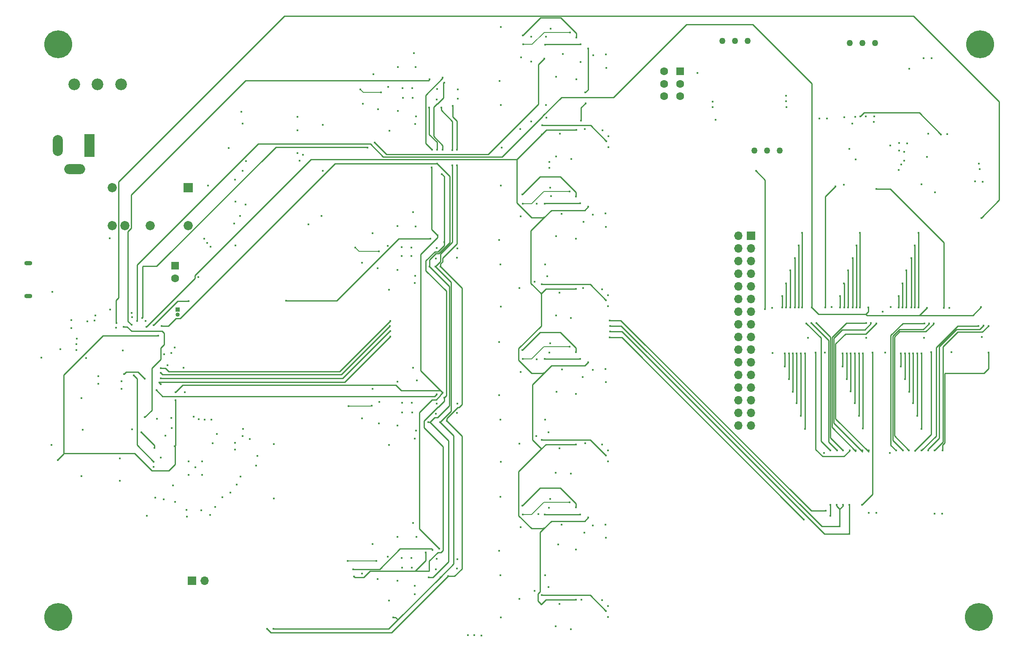
<source format=gbr>
%TF.GenerationSoftware,KiCad,Pcbnew,7.0.9*%
%TF.CreationDate,2024-03-04T14:23:29-07:00*%
%TF.ProjectId,picoAWG,7069636f-4157-4472-9e6b-696361645f70,rev?*%
%TF.SameCoordinates,Original*%
%TF.FileFunction,Copper,L4,Bot*%
%TF.FilePolarity,Positive*%
%FSLAX46Y46*%
G04 Gerber Fmt 4.6, Leading zero omitted, Abs format (unit mm)*
G04 Created by KiCad (PCBNEW 7.0.9) date 2024-03-04 14:23:29*
%MOMM*%
%LPD*%
G01*
G04 APERTURE LIST*
%TA.AperFunction,ComponentPad*%
%ADD10R,1.600000X1.600000*%
%TD*%
%TA.AperFunction,ComponentPad*%
%ADD11C,1.600000*%
%TD*%
%TA.AperFunction,ComponentPad*%
%ADD12C,5.600000*%
%TD*%
%TA.AperFunction,ComponentPad*%
%ADD13C,1.270000*%
%TD*%
%TA.AperFunction,ComponentPad*%
%ADD14C,2.350000*%
%TD*%
%TA.AperFunction,ComponentPad*%
%ADD15R,1.700000X1.700000*%
%TD*%
%TA.AperFunction,ComponentPad*%
%ADD16O,1.700000X1.700000*%
%TD*%
%TA.AperFunction,ComponentPad*%
%ADD17R,2.000000X4.600000*%
%TD*%
%TA.AperFunction,ComponentPad*%
%ADD18O,2.000000X4.200000*%
%TD*%
%TA.AperFunction,ComponentPad*%
%ADD19O,4.200000X2.000000*%
%TD*%
%TA.AperFunction,ComponentPad*%
%ADD20R,1.850000X1.850000*%
%TD*%
%TA.AperFunction,ComponentPad*%
%ADD21C,1.850000*%
%TD*%
%TA.AperFunction,ComponentPad*%
%ADD22R,0.850000X0.850000*%
%TD*%
%TA.AperFunction,ComponentPad*%
%ADD23O,0.850000X0.850000*%
%TD*%
%TA.AperFunction,ComponentPad*%
%ADD24O,1.600000X0.900000*%
%TD*%
%TA.AperFunction,ViaPad*%
%ADD25C,0.450000*%
%TD*%
%TA.AperFunction,Conductor*%
%ADD26C,0.250000*%
%TD*%
%TA.AperFunction,Conductor*%
%ADD27C,0.200000*%
%TD*%
G04 APERTURE END LIST*
D10*
%TO.P,C15,1*%
%TO.N,+5V*%
X85560000Y-78987621D03*
D11*
%TO.P,C15,2*%
%TO.N,GND*%
X85560000Y-81487621D03*
%TD*%
D12*
%TO.P,REF\u002A\u002A,1*%
%TO.N,N/C*%
X246868690Y-149536270D03*
%TD*%
D13*
%TO.P,RV2,1,1*%
%TO.N,unconnected-(RV2-Pad1)*%
X195378690Y-33836270D03*
%TO.P,RV2,2,2*%
%TO.N,/Analog/CARRIER_SIG*%
X197918690Y-33836270D03*
%TO.P,RV2,3,3*%
%TO.N,/VCCS/A+*%
X200458690Y-33836270D03*
%TD*%
D14*
%TO.P,SW3,1*%
%TO.N,Net-(D1-K)*%
X65310000Y-42550000D03*
%TO.P,SW3,2*%
%TO.N,Net-(D2-K)*%
X70010000Y-42550000D03*
%TO.P,SW3,3*%
%TO.N,GND*%
X74710000Y-42550000D03*
%TD*%
D12*
%TO.P,REF\u002A\u002A,1*%
%TO.N,N/C*%
X62118690Y-149536270D03*
%TD*%
D13*
%TO.P,RV3,1,1*%
%TO.N,unconnected-(RV3-Pad1)*%
X206898690Y-55886270D03*
%TO.P,RV3,2,2*%
%TO.N,/VCCS/C+*%
X204358690Y-55886270D03*
%TO.P,RV3,3,3*%
%TO.N,/VCCS_Iout*%
X201818690Y-55886270D03*
%TD*%
D15*
%TO.P,J5,1,Pin_1*%
%TO.N,Net-(J5-Pin_1)*%
X88985000Y-142190000D03*
D16*
%TO.P,J5,2,Pin_2*%
%TO.N,Net-(J5-Pin_2)*%
X91525000Y-142190000D03*
%TD*%
D13*
%TO.P,RV1,1,1*%
%TO.N,unconnected-(RV1-Pad1)*%
X226065000Y-34226401D03*
%TO.P,RV1,2,2*%
%TO.N,Net-(U21-1_RG)*%
X223525000Y-34226401D03*
%TO.P,RV1,3,3*%
%TO.N,Net-(U21-2_RG)*%
X220985000Y-34226401D03*
%TD*%
D10*
%TO.P,SW4,1,C*%
%TO.N,/Analog/CARRIER_SIG*%
X186900000Y-39942500D03*
D11*
%TO.P,SW4,2,B*%
%TO.N,/DDS 4/OUT4*%
X186900000Y-42442500D03*
%TO.P,SW4,3,A*%
%TO.N,/HDR_15*%
X186900000Y-44942500D03*
%TO.P,SW4,4*%
%TO.N,N/C*%
X183700000Y-39942500D03*
%TO.P,SW4,5*%
X183700000Y-42442500D03*
%TO.P,SW4,6*%
X183700000Y-44942500D03*
%TD*%
D17*
%TO.P,J4,1*%
%TO.N,Net-(F1-Pad1)*%
X68350000Y-54800000D03*
D18*
%TO.P,J4,2*%
%TO.N,GND*%
X62050000Y-54800000D03*
D19*
%TO.P,J4,3*%
X65450000Y-59600000D03*
%TD*%
D12*
%TO.P,REF\u002A\u002A,1*%
%TO.N,N/C*%
X247118690Y-34536270D03*
%TD*%
D20*
%TO.P,PS1,1,-Vin*%
%TO.N,GND*%
X88218690Y-63316270D03*
D21*
%TO.P,PS1,2,NC*%
%TO.N,unconnected-(PS1-NC-Pad2)*%
X72978690Y-63316270D03*
%TO.P,PS1,3,+Vin*%
%TO.N,Net-(PS1-+Vin)*%
X88218690Y-70936270D03*
%TO.P,PS1,4,-Vout*%
%TO.N,VSS*%
X80598690Y-70936270D03*
%TO.P,PS1,5,+Vout*%
%TO.N,VCC*%
X75518690Y-70936270D03*
%TO.P,PS1,6,0V*%
%TO.N,GND*%
X72978690Y-70936270D03*
%TD*%
D12*
%TO.P,REF\u002A\u002A,1*%
%TO.N,N/C*%
X62118690Y-34536270D03*
%TD*%
D22*
%TO.P,J1,1,Pin_1*%
%TO.N,Net-(J1-Pin_1)*%
X86100000Y-87800000D03*
D23*
%TO.P,J1,2,Pin_2*%
%TO.N,Net-(J1-Pin_2)*%
X86100000Y-88800000D03*
%TD*%
D24*
%TO.P,J2,6,Shield*%
%TO.N,GND*%
X56120000Y-78470000D03*
X56120000Y-85070000D03*
%TD*%
D15*
%TO.P,J3,1,Pin_1*%
%TO.N,GND*%
X201118690Y-72966270D03*
D16*
%TO.P,J3,2,Pin_2*%
%TO.N,/HDR_15*%
X198578690Y-72966270D03*
%TO.P,J3,3,Pin_3*%
%TO.N,GND*%
X201118690Y-75506270D03*
%TO.P,J3,4,Pin_4*%
%TO.N,/HDR_14*%
X198578690Y-75506270D03*
%TO.P,J3,5,Pin_5*%
%TO.N,GND*%
X201118690Y-78046270D03*
%TO.P,J3,6,Pin_6*%
%TO.N,/HDR_13*%
X198578690Y-78046270D03*
%TO.P,J3,7,Pin_7*%
%TO.N,GND*%
X201118690Y-80586270D03*
%TO.P,J3,8,Pin_8*%
%TO.N,/HDR_12*%
X198578690Y-80586270D03*
%TO.P,J3,9,Pin_9*%
%TO.N,GND*%
X201118690Y-83126270D03*
%TO.P,J3,10,Pin_10*%
%TO.N,/HDR_11*%
X198578690Y-83126270D03*
%TO.P,J3,11,Pin_11*%
%TO.N,GND*%
X201118690Y-85666270D03*
%TO.P,J3,12,Pin_12*%
%TO.N,/HDR_10*%
X198578690Y-85666270D03*
%TO.P,J3,13,Pin_13*%
%TO.N,GND*%
X201118690Y-88206270D03*
%TO.P,J3,14,Pin_14*%
%TO.N,/HDR_9*%
X198578690Y-88206270D03*
%TO.P,J3,15,Pin_15*%
%TO.N,GND*%
X201118690Y-90746270D03*
%TO.P,J3,16,Pin_16*%
%TO.N,/HDR_8*%
X198578690Y-90746270D03*
%TO.P,J3,17,Pin_17*%
%TO.N,GND*%
X201118690Y-93286270D03*
%TO.P,J3,18,Pin_18*%
%TO.N,/HDR_7*%
X198578690Y-93286270D03*
%TO.P,J3,19,Pin_19*%
%TO.N,GND*%
X201118690Y-95826270D03*
%TO.P,J3,20,Pin_20*%
%TO.N,/HDR_6*%
X198578690Y-95826270D03*
%TO.P,J3,21,Pin_21*%
%TO.N,GND*%
X201118690Y-98366270D03*
%TO.P,J3,22,Pin_22*%
%TO.N,/HDR_5*%
X198578690Y-98366270D03*
%TO.P,J3,23,Pin_23*%
%TO.N,GND*%
X201118690Y-100906270D03*
%TO.P,J3,24,Pin_24*%
%TO.N,/HDR_4*%
X198578690Y-100906270D03*
%TO.P,J3,25,Pin_25*%
%TO.N,GND*%
X201118690Y-103446270D03*
%TO.P,J3,26,Pin_26*%
%TO.N,/HDR_3*%
X198578690Y-103446270D03*
%TO.P,J3,27,Pin_27*%
%TO.N,GND*%
X201118690Y-105986270D03*
%TO.P,J3,28,Pin_28*%
%TO.N,/HDR_2*%
X198578690Y-105986270D03*
%TO.P,J3,29,Pin_29*%
%TO.N,GND*%
X201118690Y-108526270D03*
%TO.P,J3,30,Pin_30*%
%TO.N,/HDR_1*%
X198578690Y-108526270D03*
%TO.P,J3,31,Pin_31*%
%TO.N,GND*%
X201118690Y-111066270D03*
%TO.P,J3,32,Pin_32*%
%TO.N,/HDR_0*%
X198578690Y-111066270D03*
%TD*%
D25*
%TO.N,VSS*%
X230850000Y-55840000D03*
X231300000Y-58650000D03*
%TO.N,GND*%
X229030000Y-54810000D03*
X219770000Y-62680000D03*
%TO.N,VSS*%
X235300000Y-62650000D03*
%TO.N,VCC*%
X247020000Y-59540000D03*
%TO.N,GND*%
X83628719Y-113066321D03*
X169455000Y-36748730D03*
X171250000Y-83687460D03*
X172450000Y-147300000D03*
X133350000Y-99443730D03*
X171250000Y-146100000D03*
X239470000Y-128720000D03*
X126180000Y-79497460D03*
X126285000Y-47558730D03*
X162700000Y-115650000D03*
X81611310Y-125533730D03*
X171355000Y-51748730D03*
X236700000Y-52500000D03*
X87861310Y-127983730D03*
X137920000Y-77517460D03*
X159850000Y-141100000D03*
X66741310Y-121203730D03*
X60897500Y-84217500D03*
X171972500Y-71168730D03*
X91511310Y-109833730D03*
X128555000Y-51833730D03*
X137920000Y-108723730D03*
X91000000Y-118250000D03*
X142150000Y-108543730D03*
X208118690Y-44886270D03*
X163350000Y-36450000D03*
X154680599Y-145876270D03*
X190418690Y-40286270D03*
X172555000Y-52948730D03*
X169350000Y-68687460D03*
X65791310Y-94753730D03*
X130150000Y-102243730D03*
X150818690Y-125386270D03*
X171902500Y-130911270D03*
X91000000Y-121000000D03*
X172400000Y-118293730D03*
X194050000Y-49700000D03*
X154973690Y-37135000D03*
X105341310Y-114803730D03*
X96641310Y-124553730D03*
X172400000Y-149500000D03*
X150925000Y-31050000D03*
X235880000Y-93404500D03*
X160818230Y-125756770D03*
X130200000Y-111043730D03*
X128200000Y-74997460D03*
X150950000Y-149571270D03*
X171972500Y-133581270D03*
X159955000Y-46748730D03*
X133250000Y-45300000D03*
X169350000Y-131100000D03*
X231850000Y-56150000D03*
X230850000Y-54350000D03*
X133150000Y-43350000D03*
X236410000Y-57117500D03*
X154868690Y-131486270D03*
X238057500Y-64215000D03*
X171250000Y-114893730D03*
X227580000Y-88220000D03*
X133150000Y-108450000D03*
X154868690Y-69073730D03*
X133350000Y-130650000D03*
X150705000Y-41848730D03*
X88250000Y-118250000D03*
X99700000Y-66650000D03*
X79861310Y-129183730D03*
X150950000Y-87158730D03*
X165980599Y-73525588D03*
X154868690Y-100280000D03*
X92150000Y-62900000D03*
X166085599Y-41586858D03*
X163200000Y-99768230D03*
X75050000Y-95950000D03*
X125325000Y-40528730D03*
X133455000Y-36298730D03*
X133775000Y-50530000D03*
X172450000Y-116093730D03*
X96350000Y-55350000D03*
X105361310Y-125683730D03*
X212600000Y-93404500D03*
X160818230Y-94550500D03*
X137920000Y-139930000D03*
X99161310Y-111733730D03*
X128450000Y-146185000D03*
X154680599Y-83463730D03*
X162700000Y-146850000D03*
X142150000Y-139750000D03*
X214810000Y-49390000D03*
X229020000Y-116600000D03*
X130150000Y-71037460D03*
X84029011Y-98928230D03*
X142200000Y-75487460D03*
X92561310Y-129033730D03*
X88250000Y-121000000D03*
X89311310Y-109283730D03*
X133050000Y-106500000D03*
X130200000Y-142250000D03*
X150570000Y-94330000D03*
X97591310Y-114503730D03*
X163150000Y-130974500D03*
X101841310Y-119103730D03*
X133000000Y-137650000D03*
X150910000Y-62920000D03*
X81261310Y-119383730D03*
X87241310Y-99453730D03*
X90251310Y-81213730D03*
X172077500Y-39230000D03*
X123205000Y-46448730D03*
X232900000Y-39400000D03*
X172400000Y-87087460D03*
X150600000Y-73787460D03*
X85441310Y-95403730D03*
X142305000Y-43548730D03*
X76900000Y-111850000D03*
X171972500Y-102375000D03*
X171902500Y-99705000D03*
X163150001Y-68561960D03*
X165085599Y-57567460D03*
X162700000Y-84400000D03*
X247460000Y-93310000D03*
X164980599Y-89506190D03*
X142255000Y-45398730D03*
X92811310Y-109833730D03*
X99800000Y-57950000D03*
X240500000Y-52550000D03*
X131050000Y-75250000D03*
X74511310Y-117683730D03*
X138025000Y-45578730D03*
X128200000Y-137410000D03*
X126570000Y-106323730D03*
X133000000Y-75300000D03*
X150955000Y-46748730D03*
X131050000Y-137600000D03*
X231850000Y-57850000D03*
X90811310Y-128083730D03*
X154785599Y-51525000D03*
X133670000Y-144881270D03*
X72400000Y-73450000D03*
X165980599Y-135938128D03*
X160923230Y-31405500D03*
X69541310Y-88953730D03*
X84779011Y-96491431D03*
X154680599Y-114670000D03*
X131100000Y-106450000D03*
X100550000Y-113800000D03*
X142200000Y-137900000D03*
X169350000Y-99893730D03*
X150850000Y-78687460D03*
X160818230Y-63344230D03*
X85111310Y-123083730D03*
X164980599Y-151918730D03*
X115200000Y-50650000D03*
X215810000Y-116550000D03*
X150950000Y-118365000D03*
X114950000Y-69000000D03*
X65791310Y-95903730D03*
X230730000Y-59780000D03*
X142150000Y-77337460D03*
X74850000Y-103678730D03*
X237375000Y-37325000D03*
X64741310Y-89903730D03*
X123100000Y-140800000D03*
X222025000Y-49076401D03*
X133350000Y-68237460D03*
X58691310Y-97403730D03*
X246050000Y-62050000D03*
X67991310Y-90103730D03*
X246820000Y-58470000D03*
X226250000Y-128620000D03*
X142200000Y-106693730D03*
X74461310Y-122183730D03*
X224230000Y-93404500D03*
X159850000Y-109893730D03*
X125220000Y-72467460D03*
X84841310Y-109503730D03*
X131200000Y-43300000D03*
X123100000Y-109593730D03*
X97561310Y-115903730D03*
X125220000Y-134880000D03*
X220880000Y-55480000D03*
X221460000Y-50420000D03*
X165980599Y-104731858D03*
X97700000Y-66100000D03*
X133670000Y-113675000D03*
X128305000Y-43058730D03*
X133670000Y-82468730D03*
X76841310Y-88408730D03*
X126180000Y-141910000D03*
X164980599Y-120712460D03*
X150850000Y-109893730D03*
X150600000Y-136200000D03*
X98850000Y-48100000D03*
X81961310Y-109733730D03*
X131150000Y-108400000D03*
X133100000Y-139600000D03*
X131100000Y-139550000D03*
X172505000Y-55148730D03*
X70191310Y-102678730D03*
X72491310Y-87803730D03*
X150600000Y-104993730D03*
X128450000Y-114978730D03*
X162800000Y-52500000D03*
X171902500Y-68498730D03*
X225825000Y-49026401D03*
X130150000Y-133450000D03*
X131000000Y-77000000D03*
X131250000Y-45250000D03*
X130200000Y-79837460D03*
X66741310Y-105553730D03*
X128450000Y-83772460D03*
X87911310Y-129383730D03*
X159850000Y-78687460D03*
X150850000Y-141100000D03*
X89660000Y-119440000D03*
X133000000Y-77000000D03*
X123100000Y-78387460D03*
X99111310Y-113133730D03*
X87485000Y-104397420D03*
X97700000Y-74900000D03*
X126470000Y-110673730D03*
X66991310Y-111903730D03*
X90261310Y-109783730D03*
X97911310Y-122883730D03*
X172007500Y-36560000D03*
X151055000Y-55220000D03*
X130255000Y-39098730D03*
X172450000Y-84887460D03*
X115200000Y-59900000D03*
X130305000Y-47898730D03*
X125220000Y-103673730D03*
%TO.N,+1V1*%
X60741310Y-114973730D03*
X79667219Y-90052460D03*
X67708859Y-97496681D03*
X64740810Y-91483730D03*
%TO.N,+3.3V*%
X247650000Y-62100000D03*
X138020000Y-106623730D03*
X224720000Y-128610000D03*
X83391310Y-96729230D03*
X74850000Y-102128730D03*
X76941310Y-89303730D03*
X160700000Y-58150000D03*
X237920000Y-128710000D03*
X146990000Y-153180000D03*
X73691310Y-91453730D03*
X138020000Y-75417460D03*
X138020000Y-137830000D03*
X144310000Y-153150000D03*
X99150000Y-59950000D03*
X145600000Y-153140000D03*
X65841310Y-93603730D03*
X62541310Y-95753730D03*
X110100000Y-56400000D03*
X69391310Y-90003730D03*
X70191310Y-101128730D03*
X160700000Y-59350000D03*
X111250000Y-56700000D03*
X110500000Y-57850000D03*
X138125000Y-43478730D03*
%TO.N,+5V*%
X97450000Y-70500000D03*
X99100000Y-50400000D03*
X92000000Y-74400000D03*
X91400000Y-73550000D03*
X92700000Y-75200000D03*
X97600000Y-61700000D03*
X110100000Y-49100000D03*
X110100000Y-51800000D03*
%TO.N,+3.3VA*%
X112275000Y-70675000D03*
X134060000Y-101980000D03*
X102087500Y-117187500D03*
X82650000Y-117525000D03*
X93925000Y-112725000D03*
X133775000Y-80969230D03*
X84925000Y-111600000D03*
X83303800Y-125878800D03*
X133825000Y-71075000D03*
X98600000Y-68950000D03*
X93135810Y-114607996D03*
X93600000Y-127375000D03*
X133903810Y-48993730D03*
X133625000Y-143200000D03*
X133975000Y-133425000D03*
X98700000Y-121300000D03*
X133853810Y-39118730D03*
X95025000Y-125454500D03*
X85550000Y-126350000D03*
X133875000Y-112075000D03*
%TO.N,VCC*%
X167650000Y-132550000D03*
X157000000Y-38000000D03*
X241310000Y-96360000D03*
X167400000Y-83443230D03*
X228020000Y-96410000D03*
X167750000Y-51504500D03*
X157700000Y-82200000D03*
X158450000Y-128850000D03*
X158000000Y-113200000D03*
X167850000Y-114650000D03*
X205450000Y-96466770D03*
X232475000Y-54375000D03*
X157000000Y-33000000D03*
X157700000Y-144250000D03*
X167100000Y-146000000D03*
X215920000Y-96400000D03*
X166950000Y-38050000D03*
X158150000Y-66500000D03*
X167500000Y-70150000D03*
X158150000Y-97750000D03*
X157000000Y-50000000D03*
X224125000Y-48976401D03*
X193450000Y-46000000D03*
X216340000Y-49420000D03*
X167350000Y-101350000D03*
X225730000Y-50076401D03*
X193400000Y-47150000D03*
%TO.N,VSS*%
X235800000Y-37350000D03*
X162450000Y-134950000D03*
X229165500Y-87300000D03*
X162000000Y-73000000D03*
X160250000Y-81050000D03*
X208250000Y-47150000D03*
X219875000Y-49126401D03*
X161000000Y-65000000D03*
X160650000Y-96400000D03*
X160450000Y-112400000D03*
X161950000Y-120500000D03*
X240950000Y-87450000D03*
X205400000Y-87400000D03*
X160000000Y-33000000D03*
X162000000Y-57050000D03*
X217300000Y-87300000D03*
X162000000Y-89000000D03*
X160050000Y-49250000D03*
X222160000Y-57660000D03*
X162000000Y-41000000D03*
X160450000Y-143525500D03*
X231300000Y-58650000D03*
X160600000Y-127600000D03*
X161950000Y-151350000D03*
X208200000Y-45950000D03*
X162100000Y-104300000D03*
%TO.N,/DDS 1/AMP_IN_3N*%
X164737500Y-126456270D03*
X155287500Y-128906270D03*
%TO.N,/DDS 1/FB3*%
X165987500Y-127506270D03*
X155237500Y-127106270D03*
%TO.N,/HDR_0*%
X211965001Y-111700600D03*
X223605001Y-111690600D03*
X235300000Y-96550000D03*
X235300000Y-111700000D03*
X223605001Y-96540600D03*
X211965001Y-96550600D03*
%TO.N,/HDR_1*%
X234500000Y-96550000D03*
X211165001Y-109150600D03*
X211165001Y-96550600D03*
X234500000Y-109150000D03*
X222805001Y-109140600D03*
X222805001Y-96540600D03*
%TO.N,/HDR_2*%
X233650000Y-96550000D03*
X210315001Y-96550600D03*
X233650000Y-106600000D03*
X210315001Y-106600600D03*
X221955001Y-96540600D03*
X221955001Y-106590600D03*
%TO.N,/HDR_3*%
X221155001Y-104240600D03*
X209515001Y-96550600D03*
X232850000Y-104250000D03*
X232850000Y-96550000D03*
X209515001Y-104250600D03*
X221155001Y-96540600D03*
%TO.N,/DDS 2/AMP_IN_3N*%
X164737500Y-95250000D03*
X155287500Y-97700000D03*
%TO.N,/DDS 2/FB3*%
X165987500Y-96300000D03*
X155237500Y-95900000D03*
%TO.N,/HDR_4*%
X220355001Y-101740600D03*
X232050000Y-96550000D03*
X220355001Y-96540600D03*
X232050000Y-101750000D03*
X208715001Y-101750600D03*
X208715001Y-96550600D03*
%TO.N,/HDR_5*%
X231200000Y-96550000D03*
X207865001Y-96550600D03*
X219505001Y-99190600D03*
X231200000Y-99200000D03*
X207865001Y-99200600D03*
X219505001Y-96540600D03*
%TO.N,/DDS 3/AMP_IN_3N*%
X164737500Y-64043730D03*
X155287500Y-66493730D03*
%TO.N,/DDS 3/FB3*%
X155237500Y-64693730D03*
X165987500Y-65093730D03*
%TO.N,/HDR_10*%
X219019999Y-85039400D03*
X207375000Y-85050000D03*
X219019999Y-87314400D03*
X230729999Y-87314400D03*
X207375000Y-87325000D03*
X230729999Y-85039400D03*
%TO.N,/HDR_11*%
X231504999Y-82489400D03*
X208175000Y-87325000D03*
X219794999Y-82489400D03*
X231529999Y-87314400D03*
X219819999Y-87314400D03*
X208150000Y-82500000D03*
%TO.N,/DDS 4/AMP_IN_3N*%
X164842500Y-32105000D03*
X155392500Y-34555000D03*
%TO.N,/DDS 4/FB3*%
X155342500Y-32755000D03*
X166092500Y-33155000D03*
%TO.N,/HDR_12*%
X208970000Y-79930000D03*
X208970000Y-87330000D03*
X220614999Y-79919400D03*
X232324999Y-87319400D03*
X232324999Y-79919400D03*
X220614999Y-87319400D03*
%TO.N,/HDR_13*%
X221574999Y-77409400D03*
X233284999Y-87319400D03*
X209930000Y-87330000D03*
X221574999Y-87319400D03*
X233284999Y-77409400D03*
X209930000Y-77420000D03*
%TO.N,/HDR_14*%
X210660000Y-74900000D03*
X210660000Y-87330000D03*
X234014999Y-87319400D03*
X222304999Y-87319400D03*
X222304999Y-74889400D03*
X234014999Y-74889400D03*
%TO.N,/HDR_15*%
X211360000Y-87330000D03*
X234714999Y-87319400D03*
X223004999Y-72359400D03*
X211360000Y-72370000D03*
X223004999Y-87319400D03*
X234714999Y-72359400D03*
%TO.N,/Analog/SENSE_IN_1*%
X218030000Y-63013599D03*
X216000000Y-87350000D03*
%TO.N,/Analog/SENSE_IN_2*%
X226260000Y-63580000D03*
X239850000Y-87400000D03*
%TO.N,/CLK_0P*%
X122700000Y-43550000D03*
X126900000Y-44150000D03*
%TO.N,/CLK_1P*%
X120400000Y-107150000D03*
X125050000Y-107049500D03*
%TO.N,/CLK_3P*%
X121750000Y-75350000D03*
X126450000Y-76099500D03*
%TO.N,/uC_CLKOUT*%
X75250000Y-91250000D03*
X79500000Y-109400000D03*
%TO.N,/CLK_2P*%
X125950000Y-138249500D03*
X120200000Y-138250000D03*
%TO.N,/~{RESET}*%
X139250000Y-104450000D03*
X138600000Y-135800000D03*
X137100000Y-55700000D03*
X139250000Y-41198230D03*
X137050000Y-59250000D03*
X82150000Y-93025500D03*
X62000000Y-118000000D03*
X85500000Y-115200000D03*
X85650000Y-104350000D03*
X138250000Y-72900000D03*
X85650000Y-105950000D03*
%TO.N,Net-(U7-OUT1)*%
X172012500Y-148311270D03*
X159122500Y-145131270D03*
%TO.N,Net-(U8-OUT2)*%
X159712500Y-128921270D03*
X166832500Y-128891270D03*
%TO.N,Net-(U10-OUT1)*%
X159122500Y-113925000D03*
X172012500Y-117105000D03*
%TO.N,Net-(U11-OUT2)*%
X166832500Y-97685000D03*
X159712500Y-97715000D03*
%TO.N,Net-(U13-OUT1)*%
X172012500Y-85898730D03*
X159122500Y-82718730D03*
%TO.N,Net-(U14-OUT2)*%
X159712500Y-66508730D03*
X166832500Y-66478730D03*
%TO.N,Net-(U16-OUT1)*%
X159227500Y-50780000D03*
X172117500Y-53960000D03*
%TO.N,Net-(U17-OUT2)*%
X159817500Y-34570000D03*
X166937500Y-34540000D03*
%TO.N,/VCCS_Iout*%
X203930000Y-87690000D03*
X202120000Y-59960000D03*
%TO.N,/SPI0_RX*%
X139100000Y-60600000D03*
X135859434Y-136533934D03*
X139575500Y-105450000D03*
X139550000Y-74200000D03*
X139600000Y-42200000D03*
X139250000Y-55700000D03*
X121500000Y-141400000D03*
%TO.N,/~{DDS1_CS}*%
X121300000Y-139900000D03*
X137250000Y-136050000D03*
%TO.N,/SPI0_SCLK*%
X138950000Y-47205500D03*
X138750000Y-110350500D03*
X141200000Y-58850000D03*
X129300000Y-149550000D03*
X105300000Y-151900000D03*
X141200000Y-55750000D03*
X138800000Y-141500000D03*
X137790184Y-79144230D03*
%TO.N,/SPI0_TX*%
X140050000Y-110150000D03*
X140350000Y-141300000D03*
X142150000Y-58850000D03*
X104000000Y-151850000D03*
X138850000Y-79144230D03*
X141300000Y-46900000D03*
X142150000Y-55700000D03*
%TO.N,/~{DDS2_CS}*%
X75335500Y-100700000D03*
X81800000Y-103950000D03*
X138050000Y-104750000D03*
X79500000Y-101650000D03*
%TO.N,/~{CLK_CS}*%
X81261810Y-118300000D03*
X77275500Y-101000000D03*
%TO.N,/SPI1_TX*%
X81409786Y-115574500D03*
X78800000Y-112400000D03*
%TO.N,/~{SR_CLR}*%
X217050000Y-129150000D03*
X172800000Y-93400000D03*
X82700000Y-102750000D03*
X217050000Y-126950000D03*
X128750000Y-93150000D03*
X211750000Y-129950000D03*
%TO.N,/~{SR_OE}*%
X82700000Y-101600000D03*
X220900000Y-132850000D03*
X220900000Y-127000000D03*
X128724598Y-92100000D03*
X172850000Y-92200000D03*
%TO.N,/SR_CLK*%
X172850000Y-91050000D03*
X82700000Y-100500000D03*
X219600000Y-127000000D03*
X128687299Y-91087299D03*
X218950000Y-131324500D03*
X218350000Y-126950000D03*
%TO.N,/SR_SER*%
X216100000Y-128150000D03*
X82700000Y-99550000D03*
X128700000Y-90050000D03*
X172800000Y-89950000D03*
%TO.N,/~{DDS_SYNC}*%
X136400000Y-110350500D03*
X136600000Y-79144230D03*
X136550000Y-47205500D03*
X136450000Y-141556770D03*
X138150000Y-55700000D03*
X138150000Y-58500000D03*
X82850000Y-91050000D03*
%TO.N,/~{DDS3_CS}*%
X136750000Y-73550000D03*
X88290000Y-86080000D03*
X81250000Y-90930000D03*
X107820000Y-86010000D03*
%TO.N,/~{AMP_PD}*%
X166000000Y-114843730D03*
X168450000Y-35350000D03*
X159050000Y-115743730D03*
X168450000Y-67137460D03*
X167900000Y-44200000D03*
X159050000Y-146950000D03*
X159550000Y-69337460D03*
X167950000Y-46350000D03*
X168450000Y-129550000D03*
X167050000Y-49850000D03*
X159155000Y-52598730D03*
X159550000Y-131750000D03*
X166000000Y-146050000D03*
X166000000Y-83637460D03*
X166105000Y-51698730D03*
X159550000Y-100543730D03*
X79812251Y-91212349D03*
X168450000Y-98343730D03*
X159050000Y-84537460D03*
%TO.N,/~{EIT_PD}*%
X78950000Y-89450000D03*
X124200000Y-55224500D03*
X159655000Y-37398730D03*
X125650000Y-54250000D03*
%TO.N,/MUX_EN*%
X247300000Y-87300000D03*
X236450000Y-87400000D03*
X213350000Y-87350000D03*
X77900000Y-90050000D03*
X224650000Y-87350000D03*
%TO.N,/~{DDS4_CS}*%
X136650000Y-41574500D03*
X76850000Y-90850000D03*
%TO.N,/~{AN_CS}*%
X73756089Y-90493911D03*
X247350000Y-69400000D03*
%TO.N,Net-(U21-OUT)*%
X223100000Y-49000000D03*
X239250000Y-52600000D03*
%TO.N,/Mux Control/CTRL_1*%
X218410000Y-116070000D03*
X213266975Y-90507877D03*
%TO.N,/Mux Control/CTRL_2*%
X219620000Y-116070000D03*
X214296848Y-90513152D03*
%TO.N,/Mux Control/CTRL_3*%
X220930000Y-116070000D03*
X214090000Y-96390000D03*
%TO.N,/Mux Control/CTRL_4*%
X222160000Y-116070000D03*
X224240000Y-90490000D03*
%TO.N,/Mux Control/CTRL_5*%
X225190000Y-90490000D03*
X223450000Y-116070000D03*
%TO.N,/Mux Control/CTRL_6*%
X226300000Y-90525500D03*
X224720000Y-116070000D03*
%TO.N,/Mux Control/CTRL_7*%
X225550000Y-96380000D03*
X223430000Y-126980000D03*
%TO.N,/Mux Control/CTRL_0*%
X212260000Y-90525500D03*
X217030000Y-116070000D03*
%TO.N,/Mux Control/CTRL_9*%
X236850000Y-90525500D03*
X231625000Y-116070000D03*
%TO.N,/Mux Control/CTRL_10*%
X232835000Y-116070000D03*
X237770000Y-90525500D03*
%TO.N,/Mux Control/CTRL_11*%
X237250000Y-96300000D03*
X234050000Y-116100000D03*
%TO.N,/Mux Control/CTRL_12*%
X235375000Y-116070000D03*
X246750000Y-91060000D03*
%TO.N,/Mux Control/CTRL_13*%
X236665000Y-116070000D03*
X247817299Y-91017299D03*
%TO.N,/Mux Control/CTRL_14*%
X248780000Y-91050000D03*
X237935000Y-116070000D03*
%TO.N,/Mux Control/CTRL_15*%
X239550000Y-116090000D03*
X248840000Y-96410000D03*
%TO.N,/Mux Control/CTRL_8*%
X235910000Y-90525500D03*
X230245000Y-116070000D03*
%TD*%
D26*
%TO.N,/Analog/SENSE_IN_2*%
X229080000Y-63580000D02*
X239850000Y-74350000D01*
X239850000Y-74350000D02*
X239850000Y-87400000D01*
X226260000Y-63580000D02*
X229080000Y-63580000D01*
%TO.N,/Analog/SENSE_IN_1*%
X216000000Y-65043599D02*
X216330000Y-64713599D01*
X216000000Y-87350000D02*
X216000000Y-65043599D01*
D27*
%TO.N,/DDS 1/AMP_IN_3N*%
X157087500Y-128906270D02*
X159537500Y-126456270D01*
X155287500Y-128906270D02*
X157087500Y-128906270D01*
X159537500Y-126456270D02*
X164737500Y-126456270D01*
D26*
%TO.N,/DDS 1/FB3*%
X155237500Y-127106270D02*
X158787500Y-123556270D01*
X165987500Y-126680965D02*
X165987500Y-127506270D01*
X158787500Y-123556270D02*
X162862805Y-123556270D01*
X162862805Y-123556270D02*
X165987500Y-126680965D01*
%TO.N,/HDR_0*%
X235300000Y-96550000D02*
X235300000Y-111700000D01*
X223605001Y-96540600D02*
X223605001Y-111690600D01*
X211965001Y-96550600D02*
X211965001Y-111700600D01*
%TO.N,/HDR_1*%
X222805001Y-96540600D02*
X222805001Y-109140600D01*
X234500000Y-96550000D02*
X234500000Y-109150000D01*
X211165001Y-96550600D02*
X211165001Y-109150600D01*
%TO.N,/HDR_2*%
X233650000Y-96550000D02*
X233650000Y-106600000D01*
X210315001Y-96550600D02*
X210315001Y-106600600D01*
X221955001Y-96540600D02*
X221955001Y-106590600D01*
%TO.N,/HDR_3*%
X221155001Y-96540600D02*
X221155001Y-104240600D01*
X209515001Y-96550600D02*
X209515001Y-104250600D01*
X232850000Y-96550000D02*
X232850000Y-104250000D01*
D27*
%TO.N,/DDS 2/AMP_IN_3N*%
X159537500Y-95250000D02*
X164737500Y-95250000D01*
X157087500Y-97700000D02*
X159537500Y-95250000D01*
X155287500Y-97700000D02*
X157087500Y-97700000D01*
D26*
%TO.N,/DDS 2/FB3*%
X158787500Y-92350000D02*
X162862805Y-92350000D01*
X155237500Y-95900000D02*
X158787500Y-92350000D01*
X165987500Y-95474695D02*
X165987500Y-96300000D01*
X162862805Y-92350000D02*
X165987500Y-95474695D01*
%TO.N,/HDR_4*%
X208715001Y-96550600D02*
X208715001Y-101750600D01*
X220355001Y-96540600D02*
X220355001Y-101740600D01*
X232050000Y-96550000D02*
X232050000Y-101750000D01*
%TO.N,/HDR_5*%
X231200000Y-96550000D02*
X231200000Y-99200000D01*
X219505001Y-96540600D02*
X219505001Y-99190600D01*
X207865001Y-96550600D02*
X207865001Y-99200600D01*
D27*
%TO.N,/DDS 3/AMP_IN_3N*%
X157087500Y-66493730D02*
X159537500Y-64043730D01*
X159537500Y-64043730D02*
X164737500Y-64043730D01*
X155287500Y-66493730D02*
X157087500Y-66493730D01*
D26*
%TO.N,/DDS 3/FB3*%
X155237500Y-64693730D02*
X158787500Y-61143730D01*
X158787500Y-61143730D02*
X162862805Y-61143730D01*
X162862805Y-61143730D02*
X165987500Y-64268425D01*
X165987500Y-64268425D02*
X165987500Y-65093730D01*
%TO.N,/HDR_10*%
X230729999Y-87314400D02*
X230729999Y-85039400D01*
X219019999Y-87314400D02*
X219019999Y-85039400D01*
X207375000Y-87325000D02*
X207375000Y-85050000D01*
%TO.N,/HDR_11*%
X231529999Y-82514400D02*
X231504999Y-82489400D01*
X208175000Y-82525000D02*
X208150000Y-82500000D01*
X219819999Y-82514400D02*
X219794999Y-82489400D01*
X208175000Y-87325000D02*
X208175000Y-82525000D01*
X219819999Y-87314400D02*
X219819999Y-82514400D01*
X231529999Y-87314400D02*
X231529999Y-82514400D01*
D27*
%TO.N,/DDS 4/AMP_IN_3N*%
X155392500Y-34555000D02*
X157192500Y-34555000D01*
X159642500Y-32105000D02*
X164842500Y-32105000D01*
X157192500Y-34555000D02*
X159642500Y-32105000D01*
D26*
%TO.N,/DDS 4/FB3*%
X158892500Y-29205000D02*
X162967805Y-29205000D01*
X155342500Y-32755000D02*
X158892500Y-29205000D01*
X166092500Y-32329695D02*
X166092500Y-33155000D01*
X162967805Y-29205000D02*
X166092500Y-32329695D01*
%TO.N,/HDR_12*%
X220614999Y-87319400D02*
X220614999Y-79919400D01*
X232324999Y-87319400D02*
X232324999Y-79919400D01*
X208970000Y-87330000D02*
X208970000Y-79930000D01*
%TO.N,/HDR_13*%
X221574999Y-87319400D02*
X221574999Y-77409400D01*
X233284999Y-87319400D02*
X233284999Y-77409400D01*
X209930000Y-87330000D02*
X209930000Y-77420000D01*
%TO.N,/HDR_14*%
X210660000Y-87330000D02*
X210660000Y-74900000D01*
X222304999Y-87319400D02*
X222304999Y-74889400D01*
X234014999Y-87319400D02*
X234014999Y-74889400D01*
%TO.N,/HDR_15*%
X234714999Y-87319400D02*
X234714999Y-72359400D01*
X223004999Y-87319400D02*
X223004999Y-72359400D01*
X211360000Y-87330000D02*
X211360000Y-72370000D01*
%TO.N,/Analog/SENSE_IN_1*%
X216330000Y-64713599D02*
X218030000Y-63013599D01*
D27*
%TO.N,/CLK_0P*%
X126900000Y-44150000D02*
X123300000Y-44150000D01*
X123300000Y-44150000D02*
X122700000Y-43550000D01*
%TO.N,/CLK_1P*%
X120400000Y-107150000D02*
X124949500Y-107150000D01*
X124949500Y-107150000D02*
X125050000Y-107049500D01*
%TO.N,/CLK_3P*%
X126450000Y-76099500D02*
X122499500Y-76099500D01*
X122499500Y-76099500D02*
X121750000Y-75350000D01*
D26*
%TO.N,/uC_CLKOUT*%
X82666310Y-95483690D02*
X82666310Y-97754035D01*
X80900000Y-108000000D02*
X79500000Y-109400000D01*
X83350000Y-92500000D02*
X83350000Y-94800000D01*
X75950000Y-91250000D02*
X76800000Y-92100000D01*
X76800000Y-92100000D02*
X82950000Y-92100000D01*
X82950000Y-92100000D02*
X83350000Y-92500000D01*
X83350000Y-94800000D02*
X82666310Y-95483690D01*
X75250000Y-91250000D02*
X75950000Y-91250000D01*
X82666310Y-97754035D02*
X80900000Y-99520345D01*
X80900000Y-99520345D02*
X80900000Y-108000000D01*
D27*
%TO.N,/CLK_2P*%
X120200500Y-138249500D02*
X120200000Y-138250000D01*
X125950000Y-138249500D02*
X120200500Y-138249500D01*
D26*
%TO.N,/~{RESET}*%
X85530000Y-115230000D02*
X85500000Y-115200000D01*
X129829695Y-102948730D02*
X130905965Y-104025000D01*
X138850500Y-104849500D02*
X138850500Y-104974805D01*
X77400000Y-116650000D02*
X80900000Y-120150000D01*
X85530000Y-118870000D02*
X85530000Y-115230000D01*
X85650000Y-104350000D02*
X87051270Y-102948730D01*
X82150000Y-93025500D02*
X71074500Y-93025500D01*
X137150000Y-105850000D02*
X134600000Y-108400000D01*
X139250000Y-41328425D02*
X135825000Y-44753425D01*
X138825000Y-104025000D02*
X139250000Y-104450000D01*
X62000000Y-118000000D02*
X62000000Y-117900000D01*
X139250000Y-41198230D02*
X139250000Y-41328425D01*
X63200000Y-100900000D02*
X63200000Y-116700000D01*
X134850000Y-100050000D02*
X139250000Y-104450000D01*
X138250000Y-72900000D02*
X137050000Y-71700000D01*
X84250000Y-120150000D02*
X85530000Y-118870000D01*
X134600000Y-108400000D02*
X134600000Y-131800000D01*
X87051270Y-102948730D02*
X129829695Y-102948730D01*
X85650000Y-115050000D02*
X85650000Y-105950000D01*
X71074500Y-93025500D02*
X63200000Y-100900000D01*
X138250000Y-72900000D02*
X138250000Y-73311940D01*
X63250000Y-116650000D02*
X77400000Y-116650000D01*
X138250000Y-73311940D02*
X134850000Y-76711940D01*
X135825000Y-54425000D02*
X137100000Y-55700000D01*
X134850000Y-76711940D02*
X134850000Y-100050000D01*
X135825000Y-44753425D02*
X135825000Y-54425000D01*
X139250000Y-104450000D02*
X138850500Y-104849500D01*
X137975305Y-105850000D02*
X137150000Y-105850000D01*
X80900000Y-120150000D02*
X84250000Y-120150000D01*
X62000000Y-117900000D02*
X63200000Y-116700000D01*
X63200000Y-116700000D02*
X63250000Y-116650000D01*
X138850500Y-104974805D02*
X137975305Y-105850000D01*
X85500000Y-115200000D02*
X85650000Y-115050000D01*
X130905965Y-104025000D02*
X138825000Y-104025000D01*
X137050000Y-71700000D02*
X137050000Y-59250000D01*
X134600000Y-131800000D02*
X138600000Y-135800000D01*
%TO.N,Net-(U7-OUT1)*%
X168832500Y-145131270D02*
X172012500Y-148311270D01*
X159122500Y-145131270D02*
X168832500Y-145131270D01*
%TO.N,Net-(U8-OUT2)*%
X159742500Y-128891270D02*
X159712500Y-128921270D01*
X166832500Y-128891270D02*
X159742500Y-128891270D01*
%TO.N,Net-(U10-OUT1)*%
X168832500Y-113925000D02*
X172012500Y-117105000D01*
X159122500Y-113925000D02*
X168832500Y-113925000D01*
%TO.N,Net-(U11-OUT2)*%
X166832500Y-97685000D02*
X159742500Y-97685000D01*
X159742500Y-97685000D02*
X159712500Y-97715000D01*
%TO.N,Net-(U13-OUT1)*%
X168832500Y-82718730D02*
X172012500Y-85898730D01*
X159122500Y-82718730D02*
X168832500Y-82718730D01*
%TO.N,Net-(U14-OUT2)*%
X166832500Y-66478730D02*
X159742500Y-66478730D01*
X159742500Y-66478730D02*
X159712500Y-66508730D01*
%TO.N,Net-(U16-OUT1)*%
X159227500Y-50780000D02*
X168937500Y-50780000D01*
X168937500Y-50780000D02*
X172117500Y-53960000D01*
%TO.N,Net-(U17-OUT2)*%
X166937500Y-34540000D02*
X159847500Y-34540000D01*
X159847500Y-34540000D02*
X159817500Y-34570000D01*
%TO.N,/VCCS_Iout*%
X202120000Y-59960000D02*
X203930000Y-61770000D01*
X203930000Y-61770000D02*
X203930000Y-87690000D01*
%TO.N,/SPI0_RX*%
X137450000Y-47156179D02*
X137450000Y-53005026D01*
X138219500Y-46480500D02*
X138125679Y-46480500D01*
X139975000Y-105050500D02*
X139975000Y-84075000D01*
X139400000Y-45300000D02*
X138219500Y-46480500D01*
X139600000Y-42200000D02*
X139400000Y-42200000D01*
X138900305Y-136525000D02*
X139325000Y-136100305D01*
X135500000Y-110118425D02*
X138269695Y-107348730D01*
X135859434Y-136533934D02*
X135859434Y-138158218D01*
X137719695Y-76142460D02*
X138320305Y-76142460D01*
X139550000Y-74200000D02*
X139550000Y-61050000D01*
X138125679Y-46480500D02*
X137450000Y-47156179D01*
X136557043Y-138267652D02*
X138299695Y-136525000D01*
X135875000Y-77987155D02*
X137719695Y-76142460D01*
X139325000Y-136100305D02*
X139325000Y-115325000D01*
X121500000Y-141400000D02*
X121625000Y-141525000D01*
X139325000Y-115325000D02*
X135500000Y-111500000D01*
X139575500Y-106174500D02*
X139575500Y-105450000D01*
X123400305Y-141525000D02*
X124657653Y-140267652D01*
X135875000Y-79975000D02*
X135875000Y-77987155D01*
X136557043Y-140267652D02*
X136557043Y-138267652D01*
X133750000Y-140267652D02*
X136557043Y-140267652D01*
X139550000Y-74912765D02*
X139550000Y-74200000D01*
X139250000Y-54805026D02*
X139250000Y-55700000D01*
X138269695Y-107348730D02*
X138401270Y-107348730D01*
X139550000Y-61050000D02*
X139100000Y-60600000D01*
X138299695Y-136525000D02*
X138900305Y-136525000D01*
X121625000Y-141525000D02*
X123400305Y-141525000D01*
X137450000Y-53005026D02*
X139250000Y-54805026D01*
X139575500Y-105450000D02*
X139975000Y-105050500D01*
X135500000Y-111500000D02*
X135500000Y-110118425D01*
X139975000Y-84075000D02*
X135875000Y-79975000D01*
X138320305Y-76142460D02*
X139550000Y-74912765D01*
X135859434Y-138158218D02*
X133750000Y-140267652D01*
X138401270Y-107348730D02*
X139575500Y-106174500D01*
X139400000Y-42200000D02*
X139400000Y-45300000D01*
X124657653Y-140267652D02*
X133750000Y-140267652D01*
%TO.N,/~{DDS1_CS}*%
X126590000Y-139900000D02*
X121300000Y-139900000D01*
X137000000Y-135800000D02*
X130690000Y-135800000D01*
X130690000Y-135800000D02*
X126590000Y-139900000D01*
X137250000Y-136050000D02*
X137000000Y-135800000D01*
%TO.N,/SPI0_SCLK*%
X138750000Y-110350500D02*
X140950000Y-108150500D01*
X130275000Y-150025000D02*
X129800000Y-149550000D01*
X141475000Y-138825000D02*
X141475000Y-113075500D01*
X141200000Y-74252713D02*
X141200000Y-58850000D01*
X141200000Y-49979516D02*
X141200000Y-55750000D01*
X138800000Y-141500000D02*
X141475000Y-138825000D01*
X141475000Y-113075500D02*
X138750000Y-110350500D01*
X137790184Y-79144230D02*
X138850000Y-78084414D01*
X138850000Y-76602713D02*
X141200000Y-74252713D01*
X130275000Y-150025000D02*
X138800000Y-141500000D01*
X138950000Y-47205500D02*
X138950000Y-47729516D01*
X140950000Y-82304046D02*
X137790184Y-79144230D01*
X128400000Y-151900000D02*
X130275000Y-150025000D01*
X129800000Y-149550000D02*
X129300000Y-149550000D01*
X138950000Y-47729516D02*
X141200000Y-49979516D01*
X138850000Y-78084414D02*
X138850000Y-76602713D01*
X140950000Y-108150500D02*
X140950000Y-82304046D01*
X105300000Y-151900000D02*
X128400000Y-151900000D01*
%TO.N,/SPI0_TX*%
X143100000Y-113200000D02*
X140050000Y-110150000D01*
X143150000Y-106800000D02*
X143150000Y-83444230D01*
X143150000Y-83444230D02*
X138850000Y-79144230D01*
X140050000Y-110150000D02*
X140050000Y-109618425D01*
X142150000Y-49905500D02*
X142150000Y-55700000D01*
X104000000Y-151850000D02*
X104775000Y-152625000D01*
X138850000Y-79144230D02*
X138850000Y-78579388D01*
X140050000Y-109618425D02*
X142249695Y-107418730D01*
X141300000Y-49055500D02*
X142150000Y-49905500D01*
X129025000Y-152625000D02*
X140350000Y-141300000D01*
X138850000Y-78579388D02*
X139200000Y-78229388D01*
X142531270Y-107418730D02*
X143150000Y-106800000D01*
X142249695Y-107418730D02*
X142531270Y-107418730D01*
X141625305Y-141300000D02*
X143100000Y-139825305D01*
X139200000Y-77462155D02*
X142100000Y-74562155D01*
X141300000Y-46900000D02*
X141300000Y-49055500D01*
X140350000Y-141300000D02*
X141625305Y-141300000D01*
X139200000Y-78229388D02*
X139200000Y-77462155D01*
X142100000Y-58900000D02*
X142150000Y-58850000D01*
X143100000Y-139825305D02*
X143100000Y-113200000D01*
X104775000Y-152625000D02*
X129025000Y-152625000D01*
X142100000Y-74562155D02*
X142100000Y-58900000D01*
%TO.N,/~{DDS2_CS}*%
X138050000Y-104750000D02*
X137625770Y-105174230D01*
X83024230Y-105174230D02*
X81800000Y-103950000D01*
X75760500Y-100275000D02*
X78125000Y-100275000D01*
X78125000Y-100275000D02*
X79500000Y-101650000D01*
X75335500Y-100700000D02*
X75760500Y-100275000D01*
X137625770Y-105174230D02*
X83024230Y-105174230D01*
%TO.N,/~{CLK_CS}*%
X77900000Y-114938190D02*
X77900000Y-101624500D01*
X81261810Y-118300000D02*
X77900000Y-114938190D01*
X77900000Y-101624500D02*
X77275500Y-101000000D01*
%TO.N,/SPI1_TX*%
X81409786Y-115009786D02*
X78800000Y-112400000D01*
X81409786Y-115574500D02*
X81409786Y-115009786D01*
%TO.N,/~{SR_CLR}*%
X128750000Y-93150000D02*
X119575000Y-102325000D01*
X217050000Y-126950000D02*
X217050000Y-129150000D01*
X119575000Y-102325000D02*
X82275000Y-102325000D01*
X211750000Y-129950000D02*
X175200000Y-93400000D01*
X175200000Y-93400000D02*
X172800000Y-93400000D01*
X82275000Y-102325000D02*
X82700000Y-102750000D01*
%TO.N,/~{SR_OE}*%
X175200000Y-92200000D02*
X215850000Y-132850000D01*
X215850000Y-132850000D02*
X220900000Y-132850000D01*
X220900000Y-132850000D02*
X220900000Y-127000000D01*
X128724598Y-92100000D02*
X128650000Y-92100000D01*
X172850000Y-92200000D02*
X175200000Y-92200000D01*
X128650000Y-92100000D02*
X119150000Y-101600000D01*
X119150000Y-101600000D02*
X82700000Y-101600000D01*
%TO.N,/SR_CLK*%
X175050000Y-91050000D02*
X215324500Y-131324500D01*
X218950000Y-131324500D02*
X218950000Y-127850000D01*
X218350000Y-126950000D02*
X218350000Y-127250000D01*
X215324500Y-131324500D02*
X218950000Y-131324500D01*
X219600000Y-127000000D02*
X219600000Y-127200000D01*
X128687299Y-91112701D02*
X118950000Y-100850000D01*
X172850000Y-91050000D02*
X175050000Y-91050000D01*
X83050000Y-100850000D02*
X82700000Y-100500000D01*
X218350000Y-127250000D02*
X218950000Y-127850000D01*
X219600000Y-127200000D02*
X218950000Y-127850000D01*
X128687299Y-91087299D02*
X128687299Y-91112701D01*
X118950000Y-100850000D02*
X83050000Y-100850000D01*
%TO.N,/SR_SER*%
X216100000Y-128150000D02*
X213200000Y-128150000D01*
X83625476Y-99550000D02*
X82700000Y-99550000D01*
X175000000Y-89950000D02*
X172800000Y-89950000D01*
X118571270Y-100178730D02*
X84254206Y-100178730D01*
X213200000Y-128150000D02*
X175000000Y-89950000D01*
X128700000Y-90050000D02*
X118571270Y-100178730D01*
X84254206Y-100178730D02*
X83625476Y-99550000D01*
%TO.N,/~{DDS_SYNC}*%
X117625305Y-58500000D02*
X138150000Y-58500000D01*
X136700000Y-110350500D02*
X140450000Y-114100500D01*
X84200000Y-91050000D02*
X85700000Y-89550000D01*
X85700000Y-89550000D02*
X86575305Y-89550000D01*
X140650000Y-74307739D02*
X140650000Y-61000000D01*
X136400000Y-110350500D02*
X136700000Y-110350500D01*
X140450000Y-138425305D02*
X137318535Y-141556770D01*
X86575305Y-89550000D02*
X117625305Y-58500000D01*
X138220305Y-109448730D02*
X140600000Y-107069035D01*
X136400000Y-110350500D02*
X136717925Y-110350500D01*
X140600000Y-107069035D02*
X140600000Y-83144230D01*
X137864669Y-76492460D02*
X138465279Y-76492460D01*
X140650000Y-61000000D02*
X138150000Y-58500000D01*
X140600000Y-83144230D02*
X136600000Y-79144230D01*
X82850000Y-91050000D02*
X84200000Y-91050000D01*
X140450000Y-114100500D02*
X140450000Y-138425305D01*
X136600000Y-79144230D02*
X136600000Y-77757129D01*
X136550000Y-52600000D02*
X136550000Y-47205500D01*
X138150000Y-54200000D02*
X136550000Y-52600000D01*
X137318535Y-141556770D02*
X136450000Y-141556770D01*
X136600000Y-77757129D02*
X137864669Y-76492460D01*
X138465279Y-76492460D02*
X140650000Y-74307739D01*
X137619695Y-109448730D02*
X138220305Y-109448730D01*
X136717925Y-110350500D02*
X137619695Y-109448730D01*
X138150000Y-55700000D02*
X138150000Y-54200000D01*
%TO.N,/~{DDS3_CS}*%
X86100000Y-86080000D02*
X88290000Y-86080000D01*
X130450000Y-73550000D02*
X136750000Y-73550000D01*
X81250000Y-90930000D02*
X86100000Y-86080000D01*
X107820000Y-86010000D02*
X117990000Y-86010000D01*
X117990000Y-86010000D02*
X130450000Y-73550000D01*
%TO.N,/~{AMP_PD}*%
X159950000Y-114843730D02*
X166000000Y-114843730D01*
X159950000Y-83637460D02*
X166000000Y-83637460D01*
X154512500Y-129156575D02*
X157105925Y-131750000D01*
X154143690Y-66375225D02*
X157105925Y-69337460D01*
X159050000Y-84537460D02*
X159950000Y-83637460D01*
X159950000Y-146050000D02*
X166000000Y-146050000D01*
X161050000Y-130250000D02*
X159550000Y-131750000D01*
X154512500Y-120281230D02*
X154512500Y-129156575D01*
X158350000Y-144878465D02*
X158350000Y-146250000D01*
X158822195Y-144406270D02*
X158350000Y-144878465D01*
X157275000Y-102818730D02*
X159550000Y-100543730D01*
X167750000Y-130250000D02*
X161050000Y-130250000D01*
X158350000Y-146250000D02*
X159050000Y-146950000D01*
X159050000Y-115743730D02*
X157275000Y-113968730D01*
X168450000Y-35350000D02*
X168450000Y-43650000D01*
X159050000Y-91062195D02*
X154512500Y-95599695D01*
X157275000Y-113968730D02*
X157275000Y-102818730D01*
X159012155Y-84537460D02*
X159050000Y-84537460D01*
X159550000Y-131750000D02*
X158822195Y-132477805D01*
X157105925Y-69337460D02*
X159550000Y-69337460D01*
X154143690Y-57610040D02*
X154143690Y-66375225D01*
X159155000Y-52598730D02*
X160055000Y-51698730D01*
X89526310Y-81498290D02*
X89526310Y-80913425D01*
X154512500Y-95599695D02*
X154512500Y-97950305D01*
X168450000Y-67137460D02*
X167750000Y-67837460D01*
X159050000Y-115743730D02*
X159950000Y-114843730D01*
X159050000Y-84537460D02*
X159050000Y-91062195D01*
X167050000Y-47250000D02*
X167050000Y-49850000D01*
X156975000Y-82500305D02*
X159012155Y-84537460D01*
X160055000Y-51698730D02*
X166105000Y-51698730D01*
X159050000Y-146950000D02*
X159950000Y-146050000D01*
X159050000Y-115743730D02*
X154512500Y-120281230D01*
X161050000Y-67837460D02*
X159550000Y-69337460D01*
X161050000Y-99043730D02*
X159550000Y-100543730D01*
X159155000Y-52598730D02*
X154143690Y-57610040D01*
X167750000Y-99043730D02*
X161050000Y-99043730D01*
X154512500Y-97950305D02*
X157105925Y-100543730D01*
X159550000Y-69337460D02*
X156975000Y-71912460D01*
X168450000Y-43650000D02*
X167900000Y-44200000D01*
X156975000Y-71912460D02*
X156975000Y-82500305D01*
X157105925Y-100543730D02*
X159550000Y-100543730D01*
X168450000Y-129550000D02*
X167750000Y-130250000D01*
X157105925Y-131750000D02*
X159550000Y-131750000D01*
X168450000Y-98343730D02*
X167750000Y-99043730D01*
X167750000Y-67837460D02*
X161050000Y-67837460D01*
X158822195Y-132477805D02*
X158822195Y-144406270D01*
X112829695Y-57610040D02*
X154143690Y-57610040D01*
X79812251Y-91212349D02*
X89526310Y-81498290D01*
X167950000Y-46350000D02*
X167050000Y-47250000D01*
X89526310Y-80913425D02*
X112829695Y-57610040D01*
%TO.N,/~{EIT_PD}*%
X158500000Y-46500000D02*
X158500000Y-38553730D01*
X79050000Y-79100000D02*
X79100000Y-79050000D01*
X128000000Y-56600000D02*
X148400000Y-56600000D01*
X124200000Y-55150000D02*
X124200000Y-55224500D01*
X125650000Y-54250000D02*
X128000000Y-56600000D01*
X79050000Y-89350000D02*
X79050000Y-79100000D01*
X105772727Y-55150000D02*
X124200000Y-55150000D01*
X78950000Y-89450000D02*
X79050000Y-89350000D01*
X148400000Y-56600000D02*
X158500000Y-46500000D01*
X158500000Y-38553730D02*
X159655000Y-37398730D01*
X79100000Y-79050000D02*
X81872727Y-79050000D01*
X81872727Y-79050000D02*
X105772727Y-55150000D01*
%TO.N,/MUX_EN*%
X124729035Y-54500000D02*
X127329035Y-57100000D01*
X77900000Y-90050000D02*
X77900000Y-78824695D01*
X77900000Y-78824695D02*
X102224695Y-54500000D01*
X151200000Y-57100000D02*
X159325000Y-48975000D01*
X213350000Y-87350000D02*
X214700000Y-88700000D01*
X201483212Y-30550000D02*
X213350000Y-42416788D01*
X173550000Y-45200000D02*
X188200000Y-30550000D01*
X234905000Y-88945000D02*
X245655000Y-88945000D01*
X102224695Y-54500000D02*
X124729035Y-54500000D01*
X127329035Y-57100000D02*
X151200000Y-57100000D01*
X224150000Y-88700000D02*
X224650000Y-88200000D01*
X224395000Y-88945000D02*
X234905000Y-88945000D01*
X159325000Y-48975000D02*
X159325000Y-48949695D01*
X188200000Y-30550000D02*
X201483212Y-30550000D01*
X224150000Y-88700000D02*
X224395000Y-88945000D01*
X159325000Y-48949695D02*
X163074695Y-45200000D01*
X214700000Y-88700000D02*
X224150000Y-88700000D01*
X234905000Y-88945000D02*
X236450000Y-87400000D01*
X245655000Y-88945000D02*
X247300000Y-87300000D01*
X213350000Y-42416788D02*
X213350000Y-87350000D01*
X163074695Y-45200000D02*
X173550000Y-45200000D01*
X224650000Y-88200000D02*
X224650000Y-87350000D01*
%TO.N,/~{DDS4_CS}*%
X76768690Y-64731310D02*
X76768690Y-71454037D01*
X76768690Y-71454037D02*
X76116310Y-72106417D01*
X99700000Y-41800000D02*
X76768690Y-64731310D01*
X76116310Y-90116310D02*
X76850000Y-90850000D01*
X76116310Y-72106417D02*
X76116310Y-90116310D01*
X136424500Y-41800000D02*
X99700000Y-41800000D01*
X136650000Y-41574500D02*
X136424500Y-41800000D01*
%TO.N,/~{AN_CS}*%
X74228690Y-62131270D02*
X107504960Y-28855000D01*
X250950000Y-46050000D02*
X250950000Y-65800000D01*
X73750000Y-90487822D02*
X73750000Y-85900000D01*
X233755000Y-28855000D02*
X250950000Y-46050000D01*
X73750000Y-85900000D02*
X74228690Y-85421310D01*
X250950000Y-65800000D02*
X247350000Y-69400000D01*
X73756089Y-90493911D02*
X73750000Y-90487822D01*
X74228690Y-85421310D02*
X74228690Y-62131270D01*
X107504960Y-28855000D02*
X233755000Y-28855000D01*
%TO.N,Net-(U21-OUT)*%
X223100000Y-49000000D02*
X223100000Y-48976096D01*
X223100000Y-48976096D02*
X223824695Y-48251401D01*
X223824695Y-48251401D02*
X234901401Y-48251401D01*
X234901401Y-48251401D02*
X239250000Y-52600000D01*
%TO.N,/Mux Control/CTRL_1*%
X216700000Y-114330000D02*
X216700000Y-93940902D01*
X216700000Y-93940902D02*
X213266975Y-90507877D01*
X218410000Y-116040000D02*
X216700000Y-114330000D01*
%TO.N,/Mux Control/CTRL_2*%
X217050000Y-93266304D02*
X214296848Y-90513152D01*
X219550000Y-116040000D02*
X217050000Y-113540000D01*
X217050000Y-113540000D02*
X217050000Y-93266304D01*
%TO.N,/Mux Control/CTRL_3*%
X220930000Y-116100000D02*
X219755000Y-117275000D01*
X214090000Y-115855305D02*
X214090000Y-96390000D01*
X215509695Y-117275000D02*
X214090000Y-115855305D01*
X219755000Y-117275000D02*
X215509695Y-117275000D01*
%TO.N,/Mux Control/CTRL_4*%
X217400000Y-111430000D02*
X217400000Y-93350000D01*
X220260000Y-90490000D02*
X224240000Y-90490000D01*
X222160000Y-116190000D02*
X217400000Y-111430000D01*
X217400000Y-93350000D02*
X220260000Y-90490000D01*
%TO.N,/Mux Control/CTRL_5*%
X217750000Y-93494974D02*
X219444974Y-91800000D01*
X217750000Y-110570000D02*
X217750000Y-93494974D01*
X223970000Y-91800000D02*
X225190000Y-90580000D01*
X223450000Y-116270000D02*
X217750000Y-110570000D01*
X225190000Y-90580000D02*
X225190000Y-90490000D01*
X219444974Y-91800000D02*
X223970000Y-91800000D01*
%TO.N,/Mux Control/CTRL_6*%
X218100000Y-109660000D02*
X218100000Y-94650000D01*
X218100000Y-94650000D02*
X220070500Y-92679500D01*
X224146000Y-92679500D02*
X226300000Y-90525500D01*
X224720000Y-116280000D02*
X218100000Y-109660000D01*
X220070500Y-92679500D02*
X224146000Y-92679500D01*
%TO.N,/Mux Control/CTRL_7*%
X225550000Y-124860000D02*
X223430000Y-126980000D01*
X225550000Y-96380000D02*
X225550000Y-124860000D01*
%TO.N,/Mux Control/CTRL_0*%
X215170000Y-93435500D02*
X215170000Y-114180000D01*
X212260000Y-90525500D02*
X215170000Y-93435500D01*
X215170000Y-114180000D02*
X217030000Y-116040000D01*
%TO.N,/Mux Control/CTRL_9*%
X229540000Y-113985000D02*
X229540000Y-93104974D01*
X235710805Y-91750000D02*
X236850000Y-90610805D01*
X236850000Y-90610805D02*
X236850000Y-90525500D01*
X229540000Y-93104974D02*
X230894974Y-91750000D01*
X231625000Y-116070000D02*
X229540000Y-113985000D01*
X230894974Y-91750000D02*
X235710805Y-91750000D01*
%TO.N,/Mux Control/CTRL_10*%
X236210000Y-92210000D02*
X237770000Y-90650000D01*
X230929948Y-92210000D02*
X236210000Y-92210000D01*
X229890000Y-93249948D02*
X230929948Y-92210000D01*
X232835000Y-116070000D02*
X229890000Y-113125000D01*
X229890000Y-113125000D02*
X229890000Y-93249948D01*
X237770000Y-90650000D02*
X237770000Y-90525500D01*
%TO.N,/Mux Control/CTRL_11*%
X237250000Y-112850000D02*
X234050000Y-116050000D01*
X237250000Y-96300000D02*
X237250000Y-112850000D01*
X234050000Y-116050000D02*
X234050000Y-116100000D01*
%TO.N,/Mux Control/CTRL_12*%
X238260000Y-95390000D02*
X238260000Y-113185000D01*
X246750000Y-91060000D02*
X242590000Y-91060000D01*
X238260000Y-113185000D02*
X235375000Y-116070000D01*
X242590000Y-91060000D02*
X238260000Y-95390000D01*
%TO.N,/Mux Control/CTRL_13*%
X247817299Y-91018006D02*
X247050305Y-91785000D01*
X242359974Y-91785000D02*
X238910000Y-95234974D01*
X236665000Y-116070000D02*
X236665000Y-115805305D01*
X247050305Y-91785000D02*
X242359974Y-91785000D01*
X238910000Y-95234974D02*
X238910000Y-113560305D01*
X247817299Y-91017299D02*
X247817299Y-91018006D01*
X236665000Y-115805305D02*
X238910000Y-113560305D01*
%TO.N,/Mux Control/CTRL_14*%
X248780000Y-91050000D02*
X248780000Y-91079903D01*
X239640000Y-114365000D02*
X237935000Y-116070000D01*
X239640000Y-95260000D02*
X239640000Y-114365000D01*
X248780000Y-91079903D02*
X247559903Y-92300000D01*
X242600000Y-92300000D02*
X239640000Y-95260000D01*
X247559903Y-92300000D02*
X242600000Y-92300000D01*
%TO.N,/Mux Control/CTRL_15*%
X247870000Y-100570000D02*
X248840000Y-99600000D01*
X239550000Y-114949974D02*
X239990000Y-114509974D01*
X248840000Y-99600000D02*
X248840000Y-96410000D01*
X240090000Y-100570000D02*
X247870000Y-100570000D01*
X239990000Y-114509974D02*
X239990000Y-100670000D01*
X239550000Y-116090000D02*
X239550000Y-114949974D01*
X239990000Y-100670000D02*
X240090000Y-100570000D01*
%TO.N,/Mux Control/CTRL_8*%
X231624500Y-90525500D02*
X235910000Y-90525500D01*
X230245000Y-116070000D02*
X229190000Y-115015000D01*
X229190000Y-92960000D02*
X231624500Y-90525500D01*
X229190000Y-115015000D02*
X229190000Y-92960000D01*
%TD*%
M02*

</source>
